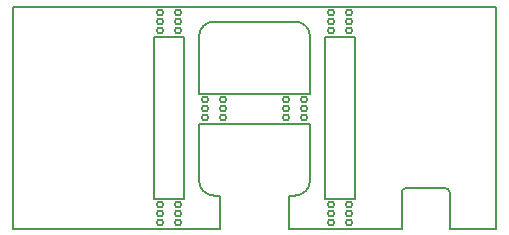
<source format=gm1>
G04 #@! TF.FileFunction,Profile,NP*
%FSLAX46Y46*%
G04 Gerber Fmt 4.6, Leading zero omitted, Abs format (unit mm)*
G04 Created by KiCad (PCBNEW 4.0.5+dfsg1-4) date Sun Jun 17 23:04:47 2018*
%MOMM*%
%LPD*%
G01*
G04 APERTURE LIST*
%ADD10C,0.100000*%
%ADD11C,0.150000*%
G04 APERTURE END LIST*
D10*
D11*
X177800000Y-101600000D02*
X178308000Y-101600000D01*
X184658000Y-101600000D02*
X184150000Y-101600000D01*
X197739000Y-104394000D02*
X201676000Y-104394000D01*
X184150000Y-104394000D02*
X193675000Y-104394000D01*
X197739000Y-101346000D02*
G75*
G03X197358000Y-100965000I-381000J0D01*
G01*
X197739000Y-101346000D02*
X197739000Y-104394000D01*
X194056000Y-100965000D02*
X197358000Y-100965000D01*
X194056000Y-100965000D02*
G75*
G03X193675000Y-101346000I0J-381000D01*
G01*
X193675000Y-104394000D02*
X193675000Y-101346000D01*
X184150000Y-101600000D02*
X184150000Y-104394000D01*
X178308000Y-104394000D02*
X178308000Y-101600000D01*
X176530000Y-95504000D02*
X176530000Y-100330000D01*
X176530000Y-88138000D02*
X176530000Y-92964000D01*
X185928000Y-92964000D02*
X185928000Y-88138000D01*
X185928000Y-100330000D02*
X185928000Y-95504000D01*
X183388000Y-95504000D02*
X179070000Y-95504000D01*
X179070000Y-92964000D02*
X183388000Y-92964000D01*
X178816000Y-94234000D02*
G75*
G03X178816000Y-94234000I-254000J0D01*
G01*
X178816000Y-94996000D02*
G75*
G03X178816000Y-94996000I-254000J0D01*
G01*
X177292000Y-94234000D02*
G75*
G03X177292000Y-94234000I-254000J0D01*
G01*
X176530000Y-92964000D02*
X179070000Y-92964000D01*
X178816000Y-93472000D02*
G75*
G03X178816000Y-93472000I-254000J0D01*
G01*
X177292000Y-93472000D02*
G75*
G03X177292000Y-93472000I-254000J0D01*
G01*
X176530000Y-95504000D02*
X179070000Y-95504000D01*
X177292000Y-94996000D02*
G75*
G03X177292000Y-94996000I-254000J0D01*
G01*
X183388000Y-95504000D02*
X185928000Y-95504000D01*
X183388000Y-92964000D02*
X185928000Y-92964000D01*
X184150000Y-93472000D02*
G75*
G03X184150000Y-93472000I-254000J0D01*
G01*
X185674000Y-93472000D02*
G75*
G03X185674000Y-93472000I-254000J0D01*
G01*
X185674000Y-94234000D02*
G75*
G03X185674000Y-94234000I-254000J0D01*
G01*
X184150000Y-94996000D02*
G75*
G03X184150000Y-94996000I-254000J0D01*
G01*
X184150000Y-94234000D02*
G75*
G03X184150000Y-94234000I-254000J0D01*
G01*
X185674000Y-94996000D02*
G75*
G03X185674000Y-94996000I-254000J0D01*
G01*
X172720000Y-101854000D02*
X175260000Y-101854000D01*
X172720000Y-88138000D02*
X175260000Y-88138000D01*
X187198000Y-88138000D02*
X189738000Y-88138000D01*
X187198000Y-101854000D02*
X189738000Y-101854000D01*
X160782000Y-99060000D02*
X160782000Y-104394000D01*
X177800000Y-86868000D02*
G75*
G03X176529999Y-88137999I-1J-1270000D01*
G01*
X185928000Y-88138000D02*
G75*
G03X184658001Y-86867999I-1270000J1D01*
G01*
X184657999Y-101599999D02*
G75*
G03X185928000Y-100330000I1J1270000D01*
G01*
X176530000Y-100330000D02*
G75*
G03X177800000Y-101600000I1270000J0D01*
G01*
X177800000Y-86868000D02*
X184658000Y-86868000D01*
X201676000Y-104394000D02*
X201676000Y-85598000D01*
X187198000Y-85598000D02*
X201676000Y-85598000D01*
X189484000Y-86868000D02*
G75*
G03X189484000Y-86868000I-254000J0D01*
G01*
X189484000Y-86106000D02*
G75*
G03X189484000Y-86106000I-254000J0D01*
G01*
X187960000Y-103886000D02*
G75*
G03X187960000Y-103886000I-254000J0D01*
G01*
X189484000Y-102362000D02*
G75*
G03X189484000Y-102362000I-254000J0D01*
G01*
X189484000Y-103124000D02*
G75*
G03X189484000Y-103124000I-254000J0D01*
G01*
X187960000Y-103124000D02*
G75*
G03X187960000Y-103124000I-254000J0D01*
G01*
X187960000Y-102362000D02*
G75*
G03X187960000Y-102362000I-254000J0D01*
G01*
X189484000Y-103886000D02*
G75*
G03X189484000Y-103886000I-254000J0D01*
G01*
X187960000Y-87630000D02*
G75*
G03X187960000Y-87630000I-254000J0D01*
G01*
X187960000Y-86106000D02*
G75*
G03X187960000Y-86106000I-254000J0D01*
G01*
X189484000Y-87630000D02*
G75*
G03X189484000Y-87630000I-254000J0D01*
G01*
X187960000Y-86868000D02*
G75*
G03X187960000Y-86868000I-254000J0D01*
G01*
X189738000Y-88138000D02*
X189738000Y-101854000D01*
X187198000Y-101854000D02*
X187198000Y-88138000D01*
X175260000Y-88138000D02*
X175260000Y-101854000D01*
X175006000Y-87630000D02*
G75*
G03X175006000Y-87630000I-254000J0D01*
G01*
X173482000Y-86106000D02*
G75*
G03X173482000Y-86106000I-254000J0D01*
G01*
X173482000Y-87630000D02*
G75*
G03X173482000Y-87630000I-254000J0D01*
G01*
X175006000Y-86106000D02*
G75*
G03X175006000Y-86106000I-254000J0D01*
G01*
X173482000Y-86868000D02*
G75*
G03X173482000Y-86868000I-254000J0D01*
G01*
X175006000Y-86868000D02*
G75*
G03X175006000Y-86868000I-254000J0D01*
G01*
X175006000Y-103124000D02*
G75*
G03X175006000Y-103124000I-254000J0D01*
G01*
X175006000Y-102362000D02*
G75*
G03X175006000Y-102362000I-254000J0D01*
G01*
X175006000Y-103886000D02*
G75*
G03X175006000Y-103886000I-254000J0D01*
G01*
X173482000Y-102362000D02*
G75*
G03X173482000Y-102362000I-254000J0D01*
G01*
X173482000Y-103124000D02*
G75*
G03X173482000Y-103124000I-254000J0D01*
G01*
X173482000Y-103886000D02*
G75*
G03X173482000Y-103886000I-254000J0D01*
G01*
X172720000Y-85598000D02*
X187198000Y-85598000D01*
X172720000Y-104394000D02*
X178308000Y-104394000D01*
X172720000Y-101854000D02*
X172720000Y-88138000D01*
X160782000Y-104394000D02*
X172720000Y-104394000D01*
X160782000Y-85598000D02*
X160782000Y-99060000D01*
X160782000Y-85598000D02*
X172720000Y-85598000D01*
M02*

</source>
